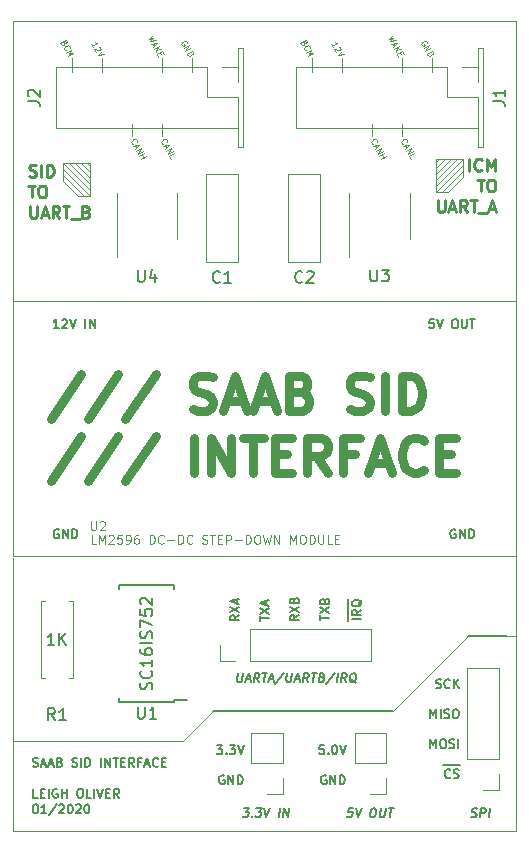
<source format=gbr>
G04 #@! TF.GenerationSoftware,KiCad,Pcbnew,5.1.4-e60b266~84~ubuntu19.04.1*
G04 #@! TF.CreationDate,2020-01-15T22:36:37+11:00*
G04 #@! TF.ProjectId,sid-board,7369642d-626f-4617-9264-2e6b69636164,rev?*
G04 #@! TF.SameCoordinates,Original*
G04 #@! TF.FileFunction,Legend,Top*
G04 #@! TF.FilePolarity,Positive*
%FSLAX46Y46*%
G04 Gerber Fmt 4.6, Leading zero omitted, Abs format (unit mm)*
G04 Created by KiCad (PCBNEW 5.1.4-e60b266~84~ubuntu19.04.1) date 2020-01-15 22:36:37*
%MOMM*%
%LPD*%
G04 APERTURE LIST*
%ADD10C,0.750000*%
%ADD11C,0.120000*%
%ADD12C,0.187500*%
%ADD13C,0.150000*%
%ADD14C,0.250000*%
%ADD15C,0.125000*%
G04 APERTURE END LIST*
D10*
X68114642Y-89569285D02*
X65543214Y-93426428D01*
X71257500Y-89569285D02*
X68686071Y-93426428D01*
X74400357Y-89569285D02*
X71828928Y-93426428D01*
X77543214Y-92569285D02*
X77971785Y-92712142D01*
X78686071Y-92712142D01*
X78971785Y-92569285D01*
X79114642Y-92426428D01*
X79257500Y-92140714D01*
X79257500Y-91855000D01*
X79114642Y-91569285D01*
X78971785Y-91426428D01*
X78686071Y-91283571D01*
X78114642Y-91140714D01*
X77828928Y-90997857D01*
X77686071Y-90855000D01*
X77543214Y-90569285D01*
X77543214Y-90283571D01*
X77686071Y-89997857D01*
X77828928Y-89855000D01*
X78114642Y-89712142D01*
X78828928Y-89712142D01*
X79257500Y-89855000D01*
X80400357Y-91855000D02*
X81828928Y-91855000D01*
X80114642Y-92712142D02*
X81114642Y-89712142D01*
X82114642Y-92712142D01*
X82971785Y-91855000D02*
X84400357Y-91855000D01*
X82686071Y-92712142D02*
X83686071Y-89712142D01*
X84686071Y-92712142D01*
X86686071Y-91140714D02*
X87114642Y-91283571D01*
X87257500Y-91426428D01*
X87400357Y-91712142D01*
X87400357Y-92140714D01*
X87257500Y-92426428D01*
X87114642Y-92569285D01*
X86828928Y-92712142D01*
X85686071Y-92712142D01*
X85686071Y-89712142D01*
X86686071Y-89712142D01*
X86971785Y-89855000D01*
X87114642Y-89997857D01*
X87257500Y-90283571D01*
X87257500Y-90569285D01*
X87114642Y-90855000D01*
X86971785Y-90997857D01*
X86686071Y-91140714D01*
X85686071Y-91140714D01*
X90828928Y-92569285D02*
X91257500Y-92712142D01*
X91971785Y-92712142D01*
X92257500Y-92569285D01*
X92400357Y-92426428D01*
X92543214Y-92140714D01*
X92543214Y-91855000D01*
X92400357Y-91569285D01*
X92257500Y-91426428D01*
X91971785Y-91283571D01*
X91400357Y-91140714D01*
X91114642Y-90997857D01*
X90971785Y-90855000D01*
X90828928Y-90569285D01*
X90828928Y-90283571D01*
X90971785Y-89997857D01*
X91114642Y-89855000D01*
X91400357Y-89712142D01*
X92114642Y-89712142D01*
X92543214Y-89855000D01*
X93828928Y-92712142D02*
X93828928Y-89712142D01*
X95257500Y-92712142D02*
X95257500Y-89712142D01*
X95971785Y-89712142D01*
X96400357Y-89855000D01*
X96686071Y-90140714D01*
X96828928Y-90426428D01*
X96971785Y-90997857D01*
X96971785Y-91426428D01*
X96828928Y-91997857D01*
X96686071Y-92283571D01*
X96400357Y-92569285D01*
X95971785Y-92712142D01*
X95257500Y-92712142D01*
X68114642Y-94819285D02*
X65543214Y-98676428D01*
X71257500Y-94819285D02*
X68686071Y-98676428D01*
X74400357Y-94819285D02*
X71828928Y-98676428D01*
X77686071Y-97962142D02*
X77686071Y-94962142D01*
X79114642Y-97962142D02*
X79114642Y-94962142D01*
X80828928Y-97962142D01*
X80828928Y-94962142D01*
X81828928Y-94962142D02*
X83543214Y-94962142D01*
X82686071Y-97962142D02*
X82686071Y-94962142D01*
X84543214Y-96390714D02*
X85543214Y-96390714D01*
X85971785Y-97962142D02*
X84543214Y-97962142D01*
X84543214Y-94962142D01*
X85971785Y-94962142D01*
X88971785Y-97962142D02*
X87971785Y-96533571D01*
X87257500Y-97962142D02*
X87257500Y-94962142D01*
X88400357Y-94962142D01*
X88686071Y-95105000D01*
X88828928Y-95247857D01*
X88971785Y-95533571D01*
X88971785Y-95962142D01*
X88828928Y-96247857D01*
X88686071Y-96390714D01*
X88400357Y-96533571D01*
X87257500Y-96533571D01*
X91257500Y-96390714D02*
X90257500Y-96390714D01*
X90257500Y-97962142D02*
X90257500Y-94962142D01*
X91686071Y-94962142D01*
X92686071Y-97105000D02*
X94114642Y-97105000D01*
X92400357Y-97962142D02*
X93400357Y-94962142D01*
X94400357Y-97962142D01*
X97114642Y-97676428D02*
X96971785Y-97819285D01*
X96543214Y-97962142D01*
X96257500Y-97962142D01*
X95828928Y-97819285D01*
X95543214Y-97533571D01*
X95400357Y-97247857D01*
X95257500Y-96676428D01*
X95257500Y-96247857D01*
X95400357Y-95676428D01*
X95543214Y-95390714D01*
X95828928Y-95105000D01*
X96257500Y-94962142D01*
X96543214Y-94962142D01*
X96971785Y-95105000D01*
X97114642Y-95247857D01*
X98400357Y-96390714D02*
X99400357Y-96390714D01*
X99828928Y-97962142D02*
X98400357Y-97962142D01*
X98400357Y-94962142D01*
X99828928Y-94962142D01*
D11*
X94488000Y-118110000D02*
X100838000Y-111760000D01*
X76708000Y-120650000D02*
X76200000Y-120650000D01*
X79248000Y-118110000D02*
X76708000Y-120650000D01*
X100393500Y-71374000D02*
X98107500Y-73660000D01*
X100393500Y-72390000D02*
X98615500Y-74168000D01*
X99377500Y-71374000D02*
X98107500Y-72644000D01*
X98107500Y-74168000D02*
X99123500Y-74168000D01*
X98107500Y-74168000D02*
X100393500Y-71882000D01*
X98361500Y-71374000D02*
X98107500Y-71628000D01*
X98107500Y-73152000D02*
X99885500Y-71374000D01*
X100393500Y-72898000D02*
X99123500Y-74168000D01*
X98107500Y-71374000D02*
X98107500Y-74168000D01*
X100393500Y-72898000D02*
X100393500Y-71374000D01*
X98107500Y-72136000D02*
X98869500Y-71374000D01*
X100393500Y-71374000D02*
X98107500Y-71374000D01*
X68580000Y-71755000D02*
X68834000Y-72009000D01*
X68834000Y-72517000D02*
X68072000Y-71755000D01*
X67564000Y-71755000D02*
X68834000Y-73025000D01*
X68834000Y-73533000D02*
X67056000Y-71755000D01*
X66548000Y-71755000D02*
X68834000Y-74041000D01*
X68834000Y-74549000D02*
X66548000Y-72263000D01*
X66548000Y-72771000D02*
X68326000Y-74549000D01*
X68834000Y-74549000D02*
X67818000Y-74549000D01*
X68834000Y-71755000D02*
X68834000Y-74549000D01*
X66548000Y-71755000D02*
X68834000Y-71755000D01*
X66548000Y-73279000D02*
X66548000Y-71755000D01*
X66548000Y-73279000D02*
X67818000Y-74549000D01*
X104902000Y-59690000D02*
X104140000Y-59690000D01*
X104902000Y-83439000D02*
X104902000Y-59690000D01*
X62357000Y-59690000D02*
X104140000Y-59690000D01*
X62357000Y-83439000D02*
X62357000Y-59690000D01*
X104902000Y-105029000D02*
X104902000Y-111760000D01*
X62357000Y-120650000D02*
X62357000Y-105156000D01*
X62357000Y-120650000D02*
X76200000Y-120650000D01*
X62357000Y-128270000D02*
X62357000Y-120650000D01*
X104902000Y-128270000D02*
X62357000Y-128270000D01*
X104902000Y-111760000D02*
X104902000Y-128270000D01*
X104140000Y-111760000D02*
X104902000Y-111760000D01*
D12*
X64018732Y-122794821D02*
X64125875Y-122830535D01*
X64304446Y-122830535D01*
X64375875Y-122794821D01*
X64411589Y-122759107D01*
X64447303Y-122687678D01*
X64447303Y-122616250D01*
X64411589Y-122544821D01*
X64375875Y-122509107D01*
X64304446Y-122473392D01*
X64161589Y-122437678D01*
X64090160Y-122401964D01*
X64054446Y-122366250D01*
X64018732Y-122294821D01*
X64018732Y-122223392D01*
X64054446Y-122151964D01*
X64090160Y-122116250D01*
X64161589Y-122080535D01*
X64340160Y-122080535D01*
X64447303Y-122116250D01*
X64733017Y-122616250D02*
X65090160Y-122616250D01*
X64661589Y-122830535D02*
X64911589Y-122080535D01*
X65161589Y-122830535D01*
X65375875Y-122616250D02*
X65733017Y-122616250D01*
X65304446Y-122830535D02*
X65554446Y-122080535D01*
X65804446Y-122830535D01*
X66304446Y-122437678D02*
X66411589Y-122473392D01*
X66447303Y-122509107D01*
X66483017Y-122580535D01*
X66483017Y-122687678D01*
X66447303Y-122759107D01*
X66411589Y-122794821D01*
X66340160Y-122830535D01*
X66054446Y-122830535D01*
X66054446Y-122080535D01*
X66304446Y-122080535D01*
X66375875Y-122116250D01*
X66411589Y-122151964D01*
X66447303Y-122223392D01*
X66447303Y-122294821D01*
X66411589Y-122366250D01*
X66375875Y-122401964D01*
X66304446Y-122437678D01*
X66054446Y-122437678D01*
X67340160Y-122794821D02*
X67447303Y-122830535D01*
X67625875Y-122830535D01*
X67697303Y-122794821D01*
X67733017Y-122759107D01*
X67768732Y-122687678D01*
X67768732Y-122616250D01*
X67733017Y-122544821D01*
X67697303Y-122509107D01*
X67625875Y-122473392D01*
X67483017Y-122437678D01*
X67411589Y-122401964D01*
X67375875Y-122366250D01*
X67340160Y-122294821D01*
X67340160Y-122223392D01*
X67375875Y-122151964D01*
X67411589Y-122116250D01*
X67483017Y-122080535D01*
X67661589Y-122080535D01*
X67768732Y-122116250D01*
X68090160Y-122830535D02*
X68090160Y-122080535D01*
X68447303Y-122830535D02*
X68447303Y-122080535D01*
X68625875Y-122080535D01*
X68733017Y-122116250D01*
X68804446Y-122187678D01*
X68840160Y-122259107D01*
X68875875Y-122401964D01*
X68875875Y-122509107D01*
X68840160Y-122651964D01*
X68804446Y-122723392D01*
X68733017Y-122794821D01*
X68625875Y-122830535D01*
X68447303Y-122830535D01*
X69768732Y-122830535D02*
X69768732Y-122080535D01*
X70125875Y-122830535D02*
X70125875Y-122080535D01*
X70554446Y-122830535D01*
X70554446Y-122080535D01*
X70804446Y-122080535D02*
X71233017Y-122080535D01*
X71018732Y-122830535D02*
X71018732Y-122080535D01*
X71483017Y-122437678D02*
X71733017Y-122437678D01*
X71840160Y-122830535D02*
X71483017Y-122830535D01*
X71483017Y-122080535D01*
X71840160Y-122080535D01*
X72590160Y-122830535D02*
X72340160Y-122473392D01*
X72161589Y-122830535D02*
X72161589Y-122080535D01*
X72447303Y-122080535D01*
X72518732Y-122116250D01*
X72554446Y-122151964D01*
X72590160Y-122223392D01*
X72590160Y-122330535D01*
X72554446Y-122401964D01*
X72518732Y-122437678D01*
X72447303Y-122473392D01*
X72161589Y-122473392D01*
X73161589Y-122437678D02*
X72911589Y-122437678D01*
X72911589Y-122830535D02*
X72911589Y-122080535D01*
X73268732Y-122080535D01*
X73518732Y-122616250D02*
X73875875Y-122616250D01*
X73447303Y-122830535D02*
X73697303Y-122080535D01*
X73947303Y-122830535D01*
X74625875Y-122759107D02*
X74590160Y-122794821D01*
X74483017Y-122830535D01*
X74411589Y-122830535D01*
X74304446Y-122794821D01*
X74233017Y-122723392D01*
X74197303Y-122651964D01*
X74161589Y-122509107D01*
X74161589Y-122401964D01*
X74197303Y-122259107D01*
X74233017Y-122187678D01*
X74304446Y-122116250D01*
X74411589Y-122080535D01*
X74483017Y-122080535D01*
X74590160Y-122116250D01*
X74625875Y-122151964D01*
X74947303Y-122437678D02*
X75197303Y-122437678D01*
X75304446Y-122830535D02*
X74947303Y-122830535D01*
X74947303Y-122080535D01*
X75304446Y-122080535D01*
X64411589Y-125455535D02*
X64054446Y-125455535D01*
X64054446Y-124705535D01*
X64661589Y-125062678D02*
X64911589Y-125062678D01*
X65018732Y-125455535D02*
X64661589Y-125455535D01*
X64661589Y-124705535D01*
X65018732Y-124705535D01*
X65340160Y-125455535D02*
X65340160Y-124705535D01*
X66090160Y-124741250D02*
X66018732Y-124705535D01*
X65911589Y-124705535D01*
X65804446Y-124741250D01*
X65733017Y-124812678D01*
X65697303Y-124884107D01*
X65661589Y-125026964D01*
X65661589Y-125134107D01*
X65697303Y-125276964D01*
X65733017Y-125348392D01*
X65804446Y-125419821D01*
X65911589Y-125455535D01*
X65983017Y-125455535D01*
X66090160Y-125419821D01*
X66125875Y-125384107D01*
X66125875Y-125134107D01*
X65983017Y-125134107D01*
X66447303Y-125455535D02*
X66447303Y-124705535D01*
X66447303Y-125062678D02*
X66875875Y-125062678D01*
X66875875Y-125455535D02*
X66875875Y-124705535D01*
X67947303Y-124705535D02*
X68090160Y-124705535D01*
X68161589Y-124741250D01*
X68233017Y-124812678D01*
X68268732Y-124955535D01*
X68268732Y-125205535D01*
X68233017Y-125348392D01*
X68161589Y-125419821D01*
X68090160Y-125455535D01*
X67947303Y-125455535D01*
X67875875Y-125419821D01*
X67804446Y-125348392D01*
X67768732Y-125205535D01*
X67768732Y-124955535D01*
X67804446Y-124812678D01*
X67875875Y-124741250D01*
X67947303Y-124705535D01*
X68947303Y-125455535D02*
X68590160Y-125455535D01*
X68590160Y-124705535D01*
X69197303Y-125455535D02*
X69197303Y-124705535D01*
X69447303Y-124705535D02*
X69697303Y-125455535D01*
X69947303Y-124705535D01*
X70197303Y-125062678D02*
X70447303Y-125062678D01*
X70554446Y-125455535D02*
X70197303Y-125455535D01*
X70197303Y-124705535D01*
X70554446Y-124705535D01*
X71304446Y-125455535D02*
X71054446Y-125098392D01*
X70875875Y-125455535D02*
X70875875Y-124705535D01*
X71161589Y-124705535D01*
X71233017Y-124741250D01*
X71268732Y-124776964D01*
X71304446Y-124848392D01*
X71304446Y-124955535D01*
X71268732Y-125026964D01*
X71233017Y-125062678D01*
X71161589Y-125098392D01*
X70875875Y-125098392D01*
X64197303Y-126018035D02*
X64268732Y-126018035D01*
X64340160Y-126053750D01*
X64375875Y-126089464D01*
X64411589Y-126160892D01*
X64447303Y-126303750D01*
X64447303Y-126482321D01*
X64411589Y-126625178D01*
X64375875Y-126696607D01*
X64340160Y-126732321D01*
X64268732Y-126768035D01*
X64197303Y-126768035D01*
X64125875Y-126732321D01*
X64090160Y-126696607D01*
X64054446Y-126625178D01*
X64018732Y-126482321D01*
X64018732Y-126303750D01*
X64054446Y-126160892D01*
X64090160Y-126089464D01*
X64125875Y-126053750D01*
X64197303Y-126018035D01*
X65161589Y-126768035D02*
X64733017Y-126768035D01*
X64947303Y-126768035D02*
X64947303Y-126018035D01*
X64875875Y-126125178D01*
X64804446Y-126196607D01*
X64733017Y-126232321D01*
X66018732Y-125982321D02*
X65375875Y-126946607D01*
X66233017Y-126089464D02*
X66268732Y-126053750D01*
X66340160Y-126018035D01*
X66518732Y-126018035D01*
X66590160Y-126053750D01*
X66625875Y-126089464D01*
X66661589Y-126160892D01*
X66661589Y-126232321D01*
X66625875Y-126339464D01*
X66197303Y-126768035D01*
X66661589Y-126768035D01*
X67125875Y-126018035D02*
X67197303Y-126018035D01*
X67268732Y-126053750D01*
X67304446Y-126089464D01*
X67340160Y-126160892D01*
X67375875Y-126303750D01*
X67375875Y-126482321D01*
X67340160Y-126625178D01*
X67304446Y-126696607D01*
X67268732Y-126732321D01*
X67197303Y-126768035D01*
X67125875Y-126768035D01*
X67054446Y-126732321D01*
X67018732Y-126696607D01*
X66983017Y-126625178D01*
X66947303Y-126482321D01*
X66947303Y-126303750D01*
X66983017Y-126160892D01*
X67018732Y-126089464D01*
X67054446Y-126053750D01*
X67125875Y-126018035D01*
X67661589Y-126089464D02*
X67697303Y-126053750D01*
X67768732Y-126018035D01*
X67947303Y-126018035D01*
X68018732Y-126053750D01*
X68054446Y-126089464D01*
X68090160Y-126160892D01*
X68090160Y-126232321D01*
X68054446Y-126339464D01*
X67625875Y-126768035D01*
X68090160Y-126768035D01*
X68554446Y-126018035D02*
X68625875Y-126018035D01*
X68697303Y-126053750D01*
X68733017Y-126089464D01*
X68768732Y-126160892D01*
X68804446Y-126303750D01*
X68804446Y-126482321D01*
X68768732Y-126625178D01*
X68733017Y-126696607D01*
X68697303Y-126732321D01*
X68625875Y-126768035D01*
X68554446Y-126768035D01*
X68483017Y-126732321D01*
X68447303Y-126696607D01*
X68411589Y-126625178D01*
X68375875Y-126482321D01*
X68375875Y-126303750D01*
X68411589Y-126160892D01*
X68447303Y-126089464D01*
X68483017Y-126053750D01*
X68554446Y-126018035D01*
D13*
X80010000Y-118110000D02*
X79248000Y-118110000D01*
X94488000Y-118110000D02*
X80010000Y-118110000D01*
X104140000Y-111760000D02*
X100838000Y-111760000D01*
D14*
X63725976Y-72822761D02*
X63868833Y-72870380D01*
X64106928Y-72870380D01*
X64202166Y-72822761D01*
X64249785Y-72775142D01*
X64297404Y-72679904D01*
X64297404Y-72584666D01*
X64249785Y-72489428D01*
X64202166Y-72441809D01*
X64106928Y-72394190D01*
X63916452Y-72346571D01*
X63821214Y-72298952D01*
X63773595Y-72251333D01*
X63725976Y-72156095D01*
X63725976Y-72060857D01*
X63773595Y-71965619D01*
X63821214Y-71918000D01*
X63916452Y-71870380D01*
X64154547Y-71870380D01*
X64297404Y-71918000D01*
X64725976Y-72870380D02*
X64725976Y-71870380D01*
X65202166Y-72870380D02*
X65202166Y-71870380D01*
X65440261Y-71870380D01*
X65583119Y-71918000D01*
X65678357Y-72013238D01*
X65725976Y-72108476D01*
X65773595Y-72298952D01*
X65773595Y-72441809D01*
X65725976Y-72632285D01*
X65678357Y-72727523D01*
X65583119Y-72822761D01*
X65440261Y-72870380D01*
X65202166Y-72870380D01*
X63630738Y-73620380D02*
X64202166Y-73620380D01*
X63916452Y-74620380D02*
X63916452Y-73620380D01*
X64725976Y-73620380D02*
X64916452Y-73620380D01*
X65011690Y-73668000D01*
X65106928Y-73763238D01*
X65154547Y-73953714D01*
X65154547Y-74287047D01*
X65106928Y-74477523D01*
X65011690Y-74572761D01*
X64916452Y-74620380D01*
X64725976Y-74620380D01*
X64630738Y-74572761D01*
X64535500Y-74477523D01*
X64487880Y-74287047D01*
X64487880Y-73953714D01*
X64535500Y-73763238D01*
X64630738Y-73668000D01*
X64725976Y-73620380D01*
X63773595Y-75370380D02*
X63773595Y-76179904D01*
X63821214Y-76275142D01*
X63868833Y-76322761D01*
X63964071Y-76370380D01*
X64154547Y-76370380D01*
X64249785Y-76322761D01*
X64297404Y-76275142D01*
X64345023Y-76179904D01*
X64345023Y-75370380D01*
X64773595Y-76084666D02*
X65249785Y-76084666D01*
X64678357Y-76370380D02*
X65011690Y-75370380D01*
X65345023Y-76370380D01*
X66249785Y-76370380D02*
X65916452Y-75894190D01*
X65678357Y-76370380D02*
X65678357Y-75370380D01*
X66059309Y-75370380D01*
X66154547Y-75418000D01*
X66202166Y-75465619D01*
X66249785Y-75560857D01*
X66249785Y-75703714D01*
X66202166Y-75798952D01*
X66154547Y-75846571D01*
X66059309Y-75894190D01*
X65678357Y-75894190D01*
X66535500Y-75370380D02*
X67106928Y-75370380D01*
X66821214Y-76370380D02*
X66821214Y-75370380D01*
X67202166Y-76465619D02*
X67964071Y-76465619D01*
X68535500Y-75846571D02*
X68678357Y-75894190D01*
X68725976Y-75941809D01*
X68773595Y-76037047D01*
X68773595Y-76179904D01*
X68725976Y-76275142D01*
X68678357Y-76322761D01*
X68583119Y-76370380D01*
X68202166Y-76370380D01*
X68202166Y-75370380D01*
X68535500Y-75370380D01*
X68630738Y-75418000D01*
X68678357Y-75465619D01*
X68725976Y-75560857D01*
X68725976Y-75656095D01*
X68678357Y-75751333D01*
X68630738Y-75798952D01*
X68535500Y-75846571D01*
X68202166Y-75846571D01*
X100961547Y-72362380D02*
X100961547Y-71362380D01*
X102009166Y-72267142D02*
X101961547Y-72314761D01*
X101818690Y-72362380D01*
X101723452Y-72362380D01*
X101580595Y-72314761D01*
X101485357Y-72219523D01*
X101437738Y-72124285D01*
X101390119Y-71933809D01*
X101390119Y-71790952D01*
X101437738Y-71600476D01*
X101485357Y-71505238D01*
X101580595Y-71410000D01*
X101723452Y-71362380D01*
X101818690Y-71362380D01*
X101961547Y-71410000D01*
X102009166Y-71457619D01*
X102437738Y-72362380D02*
X102437738Y-71362380D01*
X102771071Y-72076666D01*
X103104404Y-71362380D01*
X103104404Y-72362380D01*
X101628214Y-73112380D02*
X102199642Y-73112380D01*
X101913928Y-74112380D02*
X101913928Y-73112380D01*
X102723452Y-73112380D02*
X102913928Y-73112380D01*
X103009166Y-73160000D01*
X103104404Y-73255238D01*
X103152023Y-73445714D01*
X103152023Y-73779047D01*
X103104404Y-73969523D01*
X103009166Y-74064761D01*
X102913928Y-74112380D01*
X102723452Y-74112380D01*
X102628214Y-74064761D01*
X102532976Y-73969523D01*
X102485357Y-73779047D01*
X102485357Y-73445714D01*
X102532976Y-73255238D01*
X102628214Y-73160000D01*
X102723452Y-73112380D01*
X98294880Y-74862380D02*
X98294880Y-75671904D01*
X98342500Y-75767142D01*
X98390119Y-75814761D01*
X98485357Y-75862380D01*
X98675833Y-75862380D01*
X98771071Y-75814761D01*
X98818690Y-75767142D01*
X98866309Y-75671904D01*
X98866309Y-74862380D01*
X99294880Y-75576666D02*
X99771071Y-75576666D01*
X99199642Y-75862380D02*
X99532976Y-74862380D01*
X99866309Y-75862380D01*
X100771071Y-75862380D02*
X100437738Y-75386190D01*
X100199642Y-75862380D02*
X100199642Y-74862380D01*
X100580595Y-74862380D01*
X100675833Y-74910000D01*
X100723452Y-74957619D01*
X100771071Y-75052857D01*
X100771071Y-75195714D01*
X100723452Y-75290952D01*
X100675833Y-75338571D01*
X100580595Y-75386190D01*
X100199642Y-75386190D01*
X101056785Y-74862380D02*
X101628214Y-74862380D01*
X101342500Y-75862380D02*
X101342500Y-74862380D01*
X101723452Y-75957619D02*
X102485357Y-75957619D01*
X102675833Y-75576666D02*
X103152023Y-75576666D01*
X102580595Y-75862380D02*
X102913928Y-74862380D01*
X103247261Y-75862380D01*
D12*
X98743839Y-122660250D02*
X99493839Y-122660250D01*
X99350982Y-123711857D02*
X99315267Y-123747571D01*
X99208125Y-123783285D01*
X99136696Y-123783285D01*
X99029553Y-123747571D01*
X98958125Y-123676142D01*
X98922410Y-123604714D01*
X98886696Y-123461857D01*
X98886696Y-123354714D01*
X98922410Y-123211857D01*
X98958125Y-123140428D01*
X99029553Y-123069000D01*
X99136696Y-123033285D01*
X99208125Y-123033285D01*
X99315267Y-123069000D01*
X99350982Y-123104714D01*
X99493839Y-122660250D02*
X100208125Y-122660250D01*
X99636696Y-123747571D02*
X99743839Y-123783285D01*
X99922410Y-123783285D01*
X99993839Y-123747571D01*
X100029553Y-123711857D01*
X100065267Y-123640428D01*
X100065267Y-123569000D01*
X100029553Y-123497571D01*
X99993839Y-123461857D01*
X99922410Y-123426142D01*
X99779553Y-123390428D01*
X99708125Y-123354714D01*
X99672410Y-123319000D01*
X99636696Y-123247571D01*
X99636696Y-123176142D01*
X99672410Y-123104714D01*
X99708125Y-123069000D01*
X99779553Y-123033285D01*
X99958125Y-123033285D01*
X100065267Y-123069000D01*
X97672410Y-121243285D02*
X97672410Y-120493285D01*
X97922410Y-121029000D01*
X98172410Y-120493285D01*
X98172410Y-121243285D01*
X98672410Y-120493285D02*
X98815267Y-120493285D01*
X98886696Y-120529000D01*
X98958125Y-120600428D01*
X98993839Y-120743285D01*
X98993839Y-120993285D01*
X98958125Y-121136142D01*
X98886696Y-121207571D01*
X98815267Y-121243285D01*
X98672410Y-121243285D01*
X98600982Y-121207571D01*
X98529553Y-121136142D01*
X98493839Y-120993285D01*
X98493839Y-120743285D01*
X98529553Y-120600428D01*
X98600982Y-120529000D01*
X98672410Y-120493285D01*
X99279553Y-121207571D02*
X99386696Y-121243285D01*
X99565267Y-121243285D01*
X99636696Y-121207571D01*
X99672410Y-121171857D01*
X99708125Y-121100428D01*
X99708125Y-121029000D01*
X99672410Y-120957571D01*
X99636696Y-120921857D01*
X99565267Y-120886142D01*
X99422410Y-120850428D01*
X99350982Y-120814714D01*
X99315267Y-120779000D01*
X99279553Y-120707571D01*
X99279553Y-120636142D01*
X99315267Y-120564714D01*
X99350982Y-120529000D01*
X99422410Y-120493285D01*
X99600982Y-120493285D01*
X99708125Y-120529000D01*
X100029553Y-121243285D02*
X100029553Y-120493285D01*
X97672410Y-118703285D02*
X97672410Y-117953285D01*
X97922410Y-118489000D01*
X98172410Y-117953285D01*
X98172410Y-118703285D01*
X98529553Y-118703285D02*
X98529553Y-117953285D01*
X98850982Y-118667571D02*
X98958125Y-118703285D01*
X99136696Y-118703285D01*
X99208125Y-118667571D01*
X99243839Y-118631857D01*
X99279553Y-118560428D01*
X99279553Y-118489000D01*
X99243839Y-118417571D01*
X99208125Y-118381857D01*
X99136696Y-118346142D01*
X98993839Y-118310428D01*
X98922410Y-118274714D01*
X98886696Y-118239000D01*
X98850982Y-118167571D01*
X98850982Y-118096142D01*
X98886696Y-118024714D01*
X98922410Y-117989000D01*
X98993839Y-117953285D01*
X99172410Y-117953285D01*
X99279553Y-117989000D01*
X99743839Y-117953285D02*
X99886696Y-117953285D01*
X99958125Y-117989000D01*
X100029553Y-118060428D01*
X100065267Y-118203285D01*
X100065267Y-118453285D01*
X100029553Y-118596142D01*
X99958125Y-118667571D01*
X99886696Y-118703285D01*
X99743839Y-118703285D01*
X99672410Y-118667571D01*
X99600982Y-118596142D01*
X99565267Y-118453285D01*
X99565267Y-118203285D01*
X99600982Y-118060428D01*
X99672410Y-117989000D01*
X99743839Y-117953285D01*
X98136696Y-116127571D02*
X98243839Y-116163285D01*
X98422410Y-116163285D01*
X98493839Y-116127571D01*
X98529553Y-116091857D01*
X98565267Y-116020428D01*
X98565267Y-115949000D01*
X98529553Y-115877571D01*
X98493839Y-115841857D01*
X98422410Y-115806142D01*
X98279553Y-115770428D01*
X98208125Y-115734714D01*
X98172410Y-115699000D01*
X98136696Y-115627571D01*
X98136696Y-115556142D01*
X98172410Y-115484714D01*
X98208125Y-115449000D01*
X98279553Y-115413285D01*
X98458125Y-115413285D01*
X98565267Y-115449000D01*
X99315267Y-116091857D02*
X99279553Y-116127571D01*
X99172410Y-116163285D01*
X99100982Y-116163285D01*
X98993839Y-116127571D01*
X98922410Y-116056142D01*
X98886696Y-115984714D01*
X98850982Y-115841857D01*
X98850982Y-115734714D01*
X98886696Y-115591857D01*
X98922410Y-115520428D01*
X98993839Y-115449000D01*
X99100982Y-115413285D01*
X99172410Y-115413285D01*
X99279553Y-115449000D01*
X99315267Y-115484714D01*
X99636696Y-116163285D02*
X99636696Y-115413285D01*
X100065267Y-116163285D02*
X99743839Y-115734714D01*
X100065267Y-115413285D02*
X99636696Y-115841857D01*
X90656250Y-110495125D02*
X90656250Y-110137982D01*
X91779285Y-110316553D02*
X91029285Y-110316553D01*
X90656250Y-110137982D02*
X90656250Y-109387982D01*
X91779285Y-109530839D02*
X91422142Y-109780839D01*
X91779285Y-109959410D02*
X91029285Y-109959410D01*
X91029285Y-109673696D01*
X91065000Y-109602267D01*
X91100714Y-109566553D01*
X91172142Y-109530839D01*
X91279285Y-109530839D01*
X91350714Y-109566553D01*
X91386428Y-109602267D01*
X91422142Y-109673696D01*
X91422142Y-109959410D01*
X90656250Y-109387982D02*
X90656250Y-108602267D01*
X91850714Y-108709410D02*
X91815000Y-108780839D01*
X91743571Y-108852267D01*
X91636428Y-108959410D01*
X91600714Y-109030839D01*
X91600714Y-109102267D01*
X91779285Y-109066553D02*
X91743571Y-109137982D01*
X91672142Y-109209410D01*
X91529285Y-109245125D01*
X91279285Y-109245125D01*
X91136428Y-109209410D01*
X91065000Y-109137982D01*
X91029285Y-109066553D01*
X91029285Y-108923696D01*
X91065000Y-108852267D01*
X91136428Y-108780839D01*
X91279285Y-108745125D01*
X91529285Y-108745125D01*
X91672142Y-108780839D01*
X91743571Y-108852267D01*
X91779285Y-108923696D01*
X91779285Y-109066553D01*
X88362285Y-110423696D02*
X88362285Y-109995125D01*
X89112285Y-110209410D02*
X88362285Y-110209410D01*
X88362285Y-109816553D02*
X89112285Y-109316553D01*
X88362285Y-109316553D02*
X89112285Y-109816553D01*
X88719428Y-108780839D02*
X88755142Y-108673696D01*
X88790857Y-108637982D01*
X88862285Y-108602267D01*
X88969428Y-108602267D01*
X89040857Y-108637982D01*
X89076571Y-108673696D01*
X89112285Y-108745125D01*
X89112285Y-109030839D01*
X88362285Y-109030839D01*
X88362285Y-108780839D01*
X88398000Y-108709410D01*
X88433714Y-108673696D01*
X88505142Y-108637982D01*
X88576571Y-108637982D01*
X88648000Y-108673696D01*
X88683714Y-108709410D01*
X88719428Y-108780839D01*
X88719428Y-109030839D01*
X86508785Y-110014982D02*
X86151642Y-110264982D01*
X86508785Y-110443553D02*
X85758785Y-110443553D01*
X85758785Y-110157839D01*
X85794500Y-110086410D01*
X85830214Y-110050696D01*
X85901642Y-110014982D01*
X86008785Y-110014982D01*
X86080214Y-110050696D01*
X86115928Y-110086410D01*
X86151642Y-110157839D01*
X86151642Y-110443553D01*
X85758785Y-109764982D02*
X86508785Y-109264982D01*
X85758785Y-109264982D02*
X86508785Y-109764982D01*
X86115928Y-108729267D02*
X86151642Y-108622125D01*
X86187357Y-108586410D01*
X86258785Y-108550696D01*
X86365928Y-108550696D01*
X86437357Y-108586410D01*
X86473071Y-108622125D01*
X86508785Y-108693553D01*
X86508785Y-108979267D01*
X85758785Y-108979267D01*
X85758785Y-108729267D01*
X85794500Y-108657839D01*
X85830214Y-108622125D01*
X85901642Y-108586410D01*
X85973071Y-108586410D01*
X86044500Y-108622125D01*
X86080214Y-108657839D01*
X86115928Y-108729267D01*
X86115928Y-108979267D01*
X83218785Y-110487196D02*
X83218785Y-110058625D01*
X83968785Y-110272910D02*
X83218785Y-110272910D01*
X83218785Y-109880053D02*
X83968785Y-109380053D01*
X83218785Y-109380053D02*
X83968785Y-109880053D01*
X83754500Y-109130053D02*
X83754500Y-108772910D01*
X83968785Y-109201482D02*
X83218785Y-108951482D01*
X83968785Y-108701482D01*
X81492285Y-110014982D02*
X81135142Y-110264982D01*
X81492285Y-110443553D02*
X80742285Y-110443553D01*
X80742285Y-110157839D01*
X80778000Y-110086410D01*
X80813714Y-110050696D01*
X80885142Y-110014982D01*
X80992285Y-110014982D01*
X81063714Y-110050696D01*
X81099428Y-110086410D01*
X81135142Y-110157839D01*
X81135142Y-110443553D01*
X80742285Y-109764982D02*
X81492285Y-109264982D01*
X80742285Y-109264982D02*
X81492285Y-109764982D01*
X81278000Y-109014982D02*
X81278000Y-108657839D01*
X81492285Y-109086410D02*
X80742285Y-108836410D01*
X81492285Y-108586410D01*
X88663267Y-121001285D02*
X88306125Y-121001285D01*
X88270410Y-121358428D01*
X88306125Y-121322714D01*
X88377553Y-121287000D01*
X88556125Y-121287000D01*
X88627553Y-121322714D01*
X88663267Y-121358428D01*
X88698982Y-121429857D01*
X88698982Y-121608428D01*
X88663267Y-121679857D01*
X88627553Y-121715571D01*
X88556125Y-121751285D01*
X88377553Y-121751285D01*
X88306125Y-121715571D01*
X88270410Y-121679857D01*
X89020410Y-121679857D02*
X89056125Y-121715571D01*
X89020410Y-121751285D01*
X88984696Y-121715571D01*
X89020410Y-121679857D01*
X89020410Y-121751285D01*
X89520410Y-121001285D02*
X89591839Y-121001285D01*
X89663267Y-121037000D01*
X89698982Y-121072714D01*
X89734696Y-121144142D01*
X89770410Y-121287000D01*
X89770410Y-121465571D01*
X89734696Y-121608428D01*
X89698982Y-121679857D01*
X89663267Y-121715571D01*
X89591839Y-121751285D01*
X89520410Y-121751285D01*
X89448982Y-121715571D01*
X89413267Y-121679857D01*
X89377553Y-121608428D01*
X89341839Y-121465571D01*
X89341839Y-121287000D01*
X89377553Y-121144142D01*
X89413267Y-121072714D01*
X89448982Y-121037000D01*
X89520410Y-121001285D01*
X89984696Y-121001285D02*
X90234696Y-121751285D01*
X90484696Y-121001285D01*
X88841839Y-123577000D02*
X88770410Y-123541285D01*
X88663267Y-123541285D01*
X88556125Y-123577000D01*
X88484696Y-123648428D01*
X88448982Y-123719857D01*
X88413267Y-123862714D01*
X88413267Y-123969857D01*
X88448982Y-124112714D01*
X88484696Y-124184142D01*
X88556125Y-124255571D01*
X88663267Y-124291285D01*
X88734696Y-124291285D01*
X88841839Y-124255571D01*
X88877553Y-124219857D01*
X88877553Y-123969857D01*
X88734696Y-123969857D01*
X89198982Y-124291285D02*
X89198982Y-123541285D01*
X89627553Y-124291285D01*
X89627553Y-123541285D01*
X89984696Y-124291285D02*
X89984696Y-123541285D01*
X90163267Y-123541285D01*
X90270410Y-123577000D01*
X90341839Y-123648428D01*
X90377553Y-123719857D01*
X90413267Y-123862714D01*
X90413267Y-123969857D01*
X90377553Y-124112714D01*
X90341839Y-124184142D01*
X90270410Y-124255571D01*
X90163267Y-124291285D01*
X89984696Y-124291285D01*
X80205839Y-123577000D02*
X80134410Y-123541285D01*
X80027267Y-123541285D01*
X79920125Y-123577000D01*
X79848696Y-123648428D01*
X79812982Y-123719857D01*
X79777267Y-123862714D01*
X79777267Y-123969857D01*
X79812982Y-124112714D01*
X79848696Y-124184142D01*
X79920125Y-124255571D01*
X80027267Y-124291285D01*
X80098696Y-124291285D01*
X80205839Y-124255571D01*
X80241553Y-124219857D01*
X80241553Y-123969857D01*
X80098696Y-123969857D01*
X80562982Y-124291285D02*
X80562982Y-123541285D01*
X80991553Y-124291285D01*
X80991553Y-123541285D01*
X81348696Y-124291285D02*
X81348696Y-123541285D01*
X81527267Y-123541285D01*
X81634410Y-123577000D01*
X81705839Y-123648428D01*
X81741553Y-123719857D01*
X81777267Y-123862714D01*
X81777267Y-123969857D01*
X81741553Y-124112714D01*
X81705839Y-124184142D01*
X81634410Y-124255571D01*
X81527267Y-124291285D01*
X81348696Y-124291285D01*
X79598696Y-121001285D02*
X80062982Y-121001285D01*
X79812982Y-121287000D01*
X79920125Y-121287000D01*
X79991553Y-121322714D01*
X80027267Y-121358428D01*
X80062982Y-121429857D01*
X80062982Y-121608428D01*
X80027267Y-121679857D01*
X79991553Y-121715571D01*
X79920125Y-121751285D01*
X79705839Y-121751285D01*
X79634410Y-121715571D01*
X79598696Y-121679857D01*
X80384410Y-121679857D02*
X80420125Y-121715571D01*
X80384410Y-121751285D01*
X80348696Y-121715571D01*
X80384410Y-121679857D01*
X80384410Y-121751285D01*
X80670125Y-121001285D02*
X81134410Y-121001285D01*
X80884410Y-121287000D01*
X80991553Y-121287000D01*
X81062982Y-121322714D01*
X81098696Y-121358428D01*
X81134410Y-121429857D01*
X81134410Y-121608428D01*
X81098696Y-121679857D01*
X81062982Y-121715571D01*
X80991553Y-121751285D01*
X80777267Y-121751285D01*
X80705839Y-121715571D01*
X80670125Y-121679857D01*
X81348696Y-121001285D02*
X81598696Y-121751285D01*
X81848696Y-121001285D01*
D11*
X62357000Y-105029000D02*
X62357000Y-83439000D01*
X104902000Y-105029000D02*
X62357000Y-105029000D01*
X104902000Y-83439000D02*
X104902000Y-105029000D01*
X62357000Y-83439000D02*
X104902000Y-83439000D01*
D13*
X75985000Y-117145000D02*
X77060000Y-117145000D01*
X75985000Y-107420000D02*
X71335000Y-107420000D01*
X75985000Y-117370000D02*
X71335000Y-117370000D01*
X75985000Y-107420000D02*
X75985000Y-107745000D01*
X71335000Y-107420000D02*
X71335000Y-107745000D01*
X71335000Y-117370000D02*
X71335000Y-117045000D01*
X75985000Y-117370000D02*
X75985000Y-117145000D01*
D11*
X92710000Y-68453000D02*
X92710000Y-69469000D01*
X95250000Y-68453000D02*
X95250000Y-69469000D01*
X87630000Y-64008000D02*
X87630000Y-62865000D01*
X90170000Y-64008000D02*
X90170000Y-62865000D01*
X95250000Y-64008000D02*
X95250000Y-62865000D01*
X97790000Y-64008000D02*
X97790000Y-62865000D01*
X102108000Y-70358000D02*
X102108000Y-68453000D01*
X101660000Y-70358000D02*
X102108000Y-70358000D01*
X101660000Y-68767000D02*
X101660000Y-70358000D01*
X102108000Y-61976000D02*
X102108000Y-68453000D01*
X101660000Y-61976000D02*
X102108000Y-61976000D01*
X101660000Y-63567000D02*
X101660000Y-61976000D01*
X101660000Y-63567000D02*
X101660000Y-64897000D01*
X100330000Y-63567000D02*
X101660000Y-63567000D01*
X101660000Y-66167000D02*
X101660000Y-68767000D01*
X99060000Y-66167000D02*
X101660000Y-66167000D01*
X99060000Y-63567000D02*
X99060000Y-66167000D01*
X101660000Y-68767000D02*
X86300000Y-68767000D01*
X99060000Y-63567000D02*
X86300000Y-63567000D01*
X86300000Y-63567000D02*
X86300000Y-68767000D01*
X72390000Y-68453000D02*
X72390000Y-69469000D01*
X74930000Y-68453000D02*
X74930000Y-69469000D01*
X67310000Y-64008000D02*
X67310000Y-62865000D01*
X69850000Y-64008000D02*
X69850000Y-62865000D01*
X74930000Y-64008000D02*
X74930000Y-62865000D01*
X77470000Y-64008000D02*
X77470000Y-62865000D01*
X81788000Y-70358000D02*
X81788000Y-68453000D01*
X81340000Y-70358000D02*
X81788000Y-70358000D01*
X81340000Y-68767000D02*
X81340000Y-70358000D01*
X81788000Y-61976000D02*
X81788000Y-68453000D01*
X81340000Y-61976000D02*
X81788000Y-61976000D01*
X81340000Y-63567000D02*
X81340000Y-61976000D01*
X81340000Y-63567000D02*
X81340000Y-64897000D01*
X80010000Y-63567000D02*
X81340000Y-63567000D01*
X81340000Y-66167000D02*
X81340000Y-68767000D01*
X78740000Y-66167000D02*
X81340000Y-66167000D01*
X78740000Y-63567000D02*
X78740000Y-66167000D01*
X81340000Y-68767000D02*
X65980000Y-68767000D01*
X78740000Y-63567000D02*
X65980000Y-63567000D01*
X65980000Y-63567000D02*
X65980000Y-68767000D01*
X64670000Y-115347500D02*
X65000000Y-115347500D01*
X64670000Y-108807500D02*
X64670000Y-115347500D01*
X65000000Y-108807500D02*
X64670000Y-108807500D01*
X67410000Y-115347500D02*
X67080000Y-115347500D01*
X67410000Y-108807500D02*
X67410000Y-115347500D01*
X67080000Y-108807500D02*
X67410000Y-108807500D01*
X79823000Y-113852000D02*
X79823000Y-112522000D01*
X81153000Y-113852000D02*
X79823000Y-113852000D01*
X82423000Y-113852000D02*
X82423000Y-111192000D01*
X82423000Y-111192000D02*
X92643000Y-111192000D01*
X82423000Y-113852000D02*
X92643000Y-113852000D01*
X92643000Y-113852000D02*
X92643000Y-111192000D01*
X103438000Y-124774000D02*
X102108000Y-124774000D01*
X103438000Y-123444000D02*
X103438000Y-124774000D01*
X103438000Y-122174000D02*
X100778000Y-122174000D01*
X100778000Y-122174000D02*
X100778000Y-114494000D01*
X103438000Y-122174000D02*
X103438000Y-114494000D01*
X103438000Y-114494000D02*
X100778000Y-114494000D01*
X85150000Y-125155000D02*
X83820000Y-125155000D01*
X85150000Y-123825000D02*
X85150000Y-125155000D01*
X85150000Y-122555000D02*
X82490000Y-122555000D01*
X82490000Y-122555000D02*
X82490000Y-119955000D01*
X85150000Y-122555000D02*
X85150000Y-119955000D01*
X85150000Y-119955000D02*
X82490000Y-119955000D01*
X93913000Y-125155000D02*
X92583000Y-125155000D01*
X93913000Y-123825000D02*
X93913000Y-125155000D01*
X93913000Y-122555000D02*
X91253000Y-122555000D01*
X91253000Y-122555000D02*
X91253000Y-119955000D01*
X93913000Y-122555000D02*
X93913000Y-119955000D01*
X93913000Y-119955000D02*
X91253000Y-119955000D01*
X85625000Y-72647000D02*
X88365000Y-72647000D01*
X85625000Y-80087000D02*
X88365000Y-80087000D01*
X88365000Y-80087000D02*
X88365000Y-72647000D01*
X85625000Y-80087000D02*
X85625000Y-72647000D01*
X78640000Y-72647000D02*
X81380000Y-72647000D01*
X78640000Y-80087000D02*
X81380000Y-80087000D01*
X81380000Y-80087000D02*
X81380000Y-72647000D01*
X78640000Y-80087000D02*
X78640000Y-72647000D01*
X71100000Y-76225400D02*
X71100000Y-79675400D01*
X71100000Y-76225400D02*
X71100000Y-74275400D01*
X76220000Y-76225400D02*
X76220000Y-78175400D01*
X76220000Y-76225400D02*
X76220000Y-74275400D01*
X95905000Y-76200000D02*
X95905000Y-74250000D01*
X95905000Y-76200000D02*
X95905000Y-78150000D01*
X90785000Y-76200000D02*
X90785000Y-74250000D01*
X90785000Y-76200000D02*
X90785000Y-79650000D01*
D15*
X68942279Y-102064287D02*
X68942279Y-102671430D01*
X68977993Y-102742859D01*
X69013708Y-102778573D01*
X69085136Y-102814287D01*
X69227993Y-102814287D01*
X69299422Y-102778573D01*
X69335136Y-102742859D01*
X69370850Y-102671430D01*
X69370850Y-102064287D01*
X69692279Y-102135716D02*
X69727993Y-102100002D01*
X69799422Y-102064287D01*
X69977993Y-102064287D01*
X70049422Y-102100002D01*
X70085136Y-102135716D01*
X70120850Y-102207144D01*
X70120850Y-102278573D01*
X70085136Y-102385716D01*
X69656565Y-102814287D01*
X70120850Y-102814287D01*
X69362922Y-103957287D02*
X69005779Y-103957287D01*
X69005779Y-103207287D01*
X69612922Y-103957287D02*
X69612922Y-103207287D01*
X69862922Y-103743002D01*
X70112922Y-103207287D01*
X70112922Y-103957287D01*
X70434350Y-103278716D02*
X70470065Y-103243002D01*
X70541493Y-103207287D01*
X70720065Y-103207287D01*
X70791493Y-103243002D01*
X70827208Y-103278716D01*
X70862922Y-103350144D01*
X70862922Y-103421573D01*
X70827208Y-103528716D01*
X70398636Y-103957287D01*
X70862922Y-103957287D01*
X71541493Y-103207287D02*
X71184350Y-103207287D01*
X71148636Y-103564430D01*
X71184350Y-103528716D01*
X71255779Y-103493002D01*
X71434350Y-103493002D01*
X71505779Y-103528716D01*
X71541493Y-103564430D01*
X71577208Y-103635859D01*
X71577208Y-103814430D01*
X71541493Y-103885859D01*
X71505779Y-103921573D01*
X71434350Y-103957287D01*
X71255779Y-103957287D01*
X71184350Y-103921573D01*
X71148636Y-103885859D01*
X71934350Y-103957287D02*
X72077208Y-103957287D01*
X72148636Y-103921573D01*
X72184350Y-103885859D01*
X72255779Y-103778716D01*
X72291493Y-103635859D01*
X72291493Y-103350144D01*
X72255779Y-103278716D01*
X72220065Y-103243002D01*
X72148636Y-103207287D01*
X72005779Y-103207287D01*
X71934350Y-103243002D01*
X71898636Y-103278716D01*
X71862922Y-103350144D01*
X71862922Y-103528716D01*
X71898636Y-103600144D01*
X71934350Y-103635859D01*
X72005779Y-103671573D01*
X72148636Y-103671573D01*
X72220065Y-103635859D01*
X72255779Y-103600144D01*
X72291493Y-103528716D01*
X72934350Y-103207287D02*
X72791493Y-103207287D01*
X72720065Y-103243002D01*
X72684350Y-103278716D01*
X72612922Y-103385859D01*
X72577208Y-103528716D01*
X72577208Y-103814430D01*
X72612922Y-103885859D01*
X72648636Y-103921573D01*
X72720065Y-103957287D01*
X72862922Y-103957287D01*
X72934350Y-103921573D01*
X72970065Y-103885859D01*
X73005779Y-103814430D01*
X73005779Y-103635859D01*
X72970065Y-103564430D01*
X72934350Y-103528716D01*
X72862922Y-103493002D01*
X72720065Y-103493002D01*
X72648636Y-103528716D01*
X72612922Y-103564430D01*
X72577208Y-103635859D01*
X73898636Y-103957287D02*
X73898636Y-103207287D01*
X74077208Y-103207287D01*
X74184350Y-103243002D01*
X74255779Y-103314430D01*
X74291493Y-103385859D01*
X74327208Y-103528716D01*
X74327208Y-103635859D01*
X74291493Y-103778716D01*
X74255779Y-103850144D01*
X74184350Y-103921573D01*
X74077208Y-103957287D01*
X73898636Y-103957287D01*
X75077208Y-103885859D02*
X75041493Y-103921573D01*
X74934350Y-103957287D01*
X74862922Y-103957287D01*
X74755779Y-103921573D01*
X74684350Y-103850144D01*
X74648636Y-103778716D01*
X74612922Y-103635859D01*
X74612922Y-103528716D01*
X74648636Y-103385859D01*
X74684350Y-103314430D01*
X74755779Y-103243002D01*
X74862922Y-103207287D01*
X74934350Y-103207287D01*
X75041493Y-103243002D01*
X75077208Y-103278716D01*
X75398636Y-103671573D02*
X75970065Y-103671573D01*
X76327208Y-103957287D02*
X76327208Y-103207287D01*
X76505779Y-103207287D01*
X76612922Y-103243002D01*
X76684350Y-103314430D01*
X76720065Y-103385859D01*
X76755779Y-103528716D01*
X76755779Y-103635859D01*
X76720065Y-103778716D01*
X76684350Y-103850144D01*
X76612922Y-103921573D01*
X76505779Y-103957287D01*
X76327208Y-103957287D01*
X77505779Y-103885859D02*
X77470065Y-103921573D01*
X77362922Y-103957287D01*
X77291493Y-103957287D01*
X77184350Y-103921573D01*
X77112922Y-103850144D01*
X77077208Y-103778716D01*
X77041493Y-103635859D01*
X77041493Y-103528716D01*
X77077208Y-103385859D01*
X77112922Y-103314430D01*
X77184350Y-103243002D01*
X77291493Y-103207287D01*
X77362922Y-103207287D01*
X77470065Y-103243002D01*
X77505779Y-103278716D01*
X78362922Y-103921573D02*
X78470065Y-103957287D01*
X78648636Y-103957287D01*
X78720065Y-103921573D01*
X78755779Y-103885859D01*
X78791493Y-103814430D01*
X78791493Y-103743002D01*
X78755779Y-103671573D01*
X78720065Y-103635859D01*
X78648636Y-103600144D01*
X78505779Y-103564430D01*
X78434350Y-103528716D01*
X78398636Y-103493002D01*
X78362922Y-103421573D01*
X78362922Y-103350144D01*
X78398636Y-103278716D01*
X78434350Y-103243002D01*
X78505779Y-103207287D01*
X78684350Y-103207287D01*
X78791493Y-103243002D01*
X79005779Y-103207287D02*
X79434350Y-103207287D01*
X79220065Y-103957287D02*
X79220065Y-103207287D01*
X79684350Y-103564430D02*
X79934350Y-103564430D01*
X80041493Y-103957287D02*
X79684350Y-103957287D01*
X79684350Y-103207287D01*
X80041493Y-103207287D01*
X80362922Y-103957287D02*
X80362922Y-103207287D01*
X80648636Y-103207287D01*
X80720065Y-103243002D01*
X80755779Y-103278716D01*
X80791493Y-103350144D01*
X80791493Y-103457287D01*
X80755779Y-103528716D01*
X80720065Y-103564430D01*
X80648636Y-103600144D01*
X80362922Y-103600144D01*
X81112922Y-103671573D02*
X81684350Y-103671573D01*
X82041493Y-103957287D02*
X82041493Y-103207287D01*
X82220065Y-103207287D01*
X82327208Y-103243002D01*
X82398636Y-103314430D01*
X82434350Y-103385859D01*
X82470065Y-103528716D01*
X82470065Y-103635859D01*
X82434350Y-103778716D01*
X82398636Y-103850144D01*
X82327208Y-103921573D01*
X82220065Y-103957287D01*
X82041493Y-103957287D01*
X82934350Y-103207287D02*
X83077208Y-103207287D01*
X83148636Y-103243002D01*
X83220065Y-103314430D01*
X83255779Y-103457287D01*
X83255779Y-103707287D01*
X83220065Y-103850144D01*
X83148636Y-103921573D01*
X83077208Y-103957287D01*
X82934350Y-103957287D01*
X82862922Y-103921573D01*
X82791493Y-103850144D01*
X82755779Y-103707287D01*
X82755779Y-103457287D01*
X82791493Y-103314430D01*
X82862922Y-103243002D01*
X82934350Y-103207287D01*
X83505779Y-103207287D02*
X83684350Y-103957287D01*
X83827208Y-103421573D01*
X83970065Y-103957287D01*
X84148636Y-103207287D01*
X84434350Y-103957287D02*
X84434350Y-103207287D01*
X84862922Y-103957287D01*
X84862922Y-103207287D01*
X85791493Y-103957287D02*
X85791493Y-103207287D01*
X86041493Y-103743002D01*
X86291493Y-103207287D01*
X86291493Y-103957287D01*
X86791493Y-103207287D02*
X86934350Y-103207287D01*
X87005779Y-103243002D01*
X87077208Y-103314430D01*
X87112922Y-103457287D01*
X87112922Y-103707287D01*
X87077208Y-103850144D01*
X87005779Y-103921573D01*
X86934350Y-103957287D01*
X86791493Y-103957287D01*
X86720065Y-103921573D01*
X86648636Y-103850144D01*
X86612922Y-103707287D01*
X86612922Y-103457287D01*
X86648636Y-103314430D01*
X86720065Y-103243002D01*
X86791493Y-103207287D01*
X87434350Y-103957287D02*
X87434350Y-103207287D01*
X87612922Y-103207287D01*
X87720065Y-103243002D01*
X87791493Y-103314430D01*
X87827208Y-103385859D01*
X87862922Y-103528716D01*
X87862922Y-103635859D01*
X87827208Y-103778716D01*
X87791493Y-103850144D01*
X87720065Y-103921573D01*
X87612922Y-103957287D01*
X87434350Y-103957287D01*
X88184350Y-103207287D02*
X88184350Y-103814430D01*
X88220065Y-103885859D01*
X88255779Y-103921573D01*
X88327208Y-103957287D01*
X88470065Y-103957287D01*
X88541493Y-103921573D01*
X88577208Y-103885859D01*
X88612922Y-103814430D01*
X88612922Y-103207287D01*
X89327208Y-103957287D02*
X88970065Y-103957287D01*
X88970065Y-103207287D01*
X89577208Y-103564430D02*
X89827208Y-103564430D01*
X89934350Y-103957287D02*
X89577208Y-103957287D01*
X89577208Y-103207287D01*
X89934350Y-103207287D01*
D13*
X99788214Y-102749000D02*
X99716785Y-102713285D01*
X99609642Y-102713285D01*
X99502500Y-102749000D01*
X99431071Y-102820428D01*
X99395357Y-102891857D01*
X99359642Y-103034714D01*
X99359642Y-103141857D01*
X99395357Y-103284714D01*
X99431071Y-103356142D01*
X99502500Y-103427571D01*
X99609642Y-103463285D01*
X99681071Y-103463285D01*
X99788214Y-103427571D01*
X99823928Y-103391857D01*
X99823928Y-103141857D01*
X99681071Y-103141857D01*
X100145357Y-103463285D02*
X100145357Y-102713285D01*
X100573928Y-103463285D01*
X100573928Y-102713285D01*
X100931071Y-103463285D02*
X100931071Y-102713285D01*
X101109642Y-102713285D01*
X101216785Y-102749000D01*
X101288214Y-102820428D01*
X101323928Y-102891857D01*
X101359642Y-103034714D01*
X101359642Y-103141857D01*
X101323928Y-103284714D01*
X101288214Y-103356142D01*
X101216785Y-103427571D01*
X101109642Y-103463285D01*
X100931071Y-103463285D01*
X97966785Y-84933285D02*
X97609642Y-84933285D01*
X97573928Y-85290428D01*
X97609642Y-85254714D01*
X97681071Y-85219000D01*
X97859642Y-85219000D01*
X97931071Y-85254714D01*
X97966785Y-85290428D01*
X98002500Y-85361857D01*
X98002500Y-85540428D01*
X97966785Y-85611857D01*
X97931071Y-85647571D01*
X97859642Y-85683285D01*
X97681071Y-85683285D01*
X97609642Y-85647571D01*
X97573928Y-85611857D01*
X98216785Y-84933285D02*
X98466785Y-85683285D01*
X98716785Y-84933285D01*
X99681071Y-84933285D02*
X99823928Y-84933285D01*
X99895357Y-84969000D01*
X99966785Y-85040428D01*
X100002500Y-85183285D01*
X100002500Y-85433285D01*
X99966785Y-85576142D01*
X99895357Y-85647571D01*
X99823928Y-85683285D01*
X99681071Y-85683285D01*
X99609642Y-85647571D01*
X99538214Y-85576142D01*
X99502500Y-85433285D01*
X99502500Y-85183285D01*
X99538214Y-85040428D01*
X99609642Y-84969000D01*
X99681071Y-84933285D01*
X100323928Y-84933285D02*
X100323928Y-85540428D01*
X100359642Y-85611857D01*
X100395357Y-85647571D01*
X100466785Y-85683285D01*
X100609642Y-85683285D01*
X100681071Y-85647571D01*
X100716785Y-85611857D01*
X100752500Y-85540428D01*
X100752500Y-84933285D01*
X101002500Y-84933285D02*
X101431071Y-84933285D01*
X101216785Y-85683285D02*
X101216785Y-84933285D01*
X66200928Y-102749000D02*
X66129500Y-102713285D01*
X66022357Y-102713285D01*
X65915214Y-102749000D01*
X65843785Y-102820428D01*
X65808071Y-102891857D01*
X65772357Y-103034714D01*
X65772357Y-103141857D01*
X65808071Y-103284714D01*
X65843785Y-103356142D01*
X65915214Y-103427571D01*
X66022357Y-103463285D01*
X66093785Y-103463285D01*
X66200928Y-103427571D01*
X66236642Y-103391857D01*
X66236642Y-103141857D01*
X66093785Y-103141857D01*
X66558071Y-103463285D02*
X66558071Y-102713285D01*
X66986642Y-103463285D01*
X66986642Y-102713285D01*
X67343785Y-103463285D02*
X67343785Y-102713285D01*
X67522357Y-102713285D01*
X67629500Y-102749000D01*
X67700928Y-102820428D01*
X67736642Y-102891857D01*
X67772357Y-103034714D01*
X67772357Y-103141857D01*
X67736642Y-103284714D01*
X67700928Y-103356142D01*
X67629500Y-103427571D01*
X67522357Y-103463285D01*
X67343785Y-103463285D01*
X66200928Y-85683285D02*
X65772357Y-85683285D01*
X65986642Y-85683285D02*
X65986642Y-84933285D01*
X65915214Y-85040428D01*
X65843785Y-85111857D01*
X65772357Y-85147571D01*
X66486642Y-85004714D02*
X66522357Y-84969000D01*
X66593785Y-84933285D01*
X66772357Y-84933285D01*
X66843785Y-84969000D01*
X66879500Y-85004714D01*
X66915214Y-85076142D01*
X66915214Y-85147571D01*
X66879500Y-85254714D01*
X66450928Y-85683285D01*
X66915214Y-85683285D01*
X67129500Y-84933285D02*
X67379500Y-85683285D01*
X67629500Y-84933285D01*
X68450928Y-85683285D02*
X68450928Y-84933285D01*
X68808071Y-85683285D02*
X68808071Y-84933285D01*
X69236642Y-85683285D01*
X69236642Y-84933285D01*
X72898095Y-117747380D02*
X72898095Y-118556904D01*
X72945714Y-118652142D01*
X72993333Y-118699761D01*
X73088571Y-118747380D01*
X73279047Y-118747380D01*
X73374285Y-118699761D01*
X73421904Y-118652142D01*
X73469523Y-118556904D01*
X73469523Y-117747380D01*
X74469523Y-118747380D02*
X73898095Y-118747380D01*
X74183809Y-118747380D02*
X74183809Y-117747380D01*
X74088571Y-117890238D01*
X73993333Y-117985476D01*
X73898095Y-118033095D01*
X74064761Y-116275952D02*
X74112380Y-116133095D01*
X74112380Y-115895000D01*
X74064761Y-115799761D01*
X74017142Y-115752142D01*
X73921904Y-115704523D01*
X73826666Y-115704523D01*
X73731428Y-115752142D01*
X73683809Y-115799761D01*
X73636190Y-115895000D01*
X73588571Y-116085476D01*
X73540952Y-116180714D01*
X73493333Y-116228333D01*
X73398095Y-116275952D01*
X73302857Y-116275952D01*
X73207619Y-116228333D01*
X73160000Y-116180714D01*
X73112380Y-116085476D01*
X73112380Y-115847380D01*
X73160000Y-115704523D01*
X74017142Y-114704523D02*
X74064761Y-114752142D01*
X74112380Y-114895000D01*
X74112380Y-114990238D01*
X74064761Y-115133095D01*
X73969523Y-115228333D01*
X73874285Y-115275952D01*
X73683809Y-115323571D01*
X73540952Y-115323571D01*
X73350476Y-115275952D01*
X73255238Y-115228333D01*
X73160000Y-115133095D01*
X73112380Y-114990238D01*
X73112380Y-114895000D01*
X73160000Y-114752142D01*
X73207619Y-114704523D01*
X74112380Y-113752142D02*
X74112380Y-114323571D01*
X74112380Y-114037857D02*
X73112380Y-114037857D01*
X73255238Y-114133095D01*
X73350476Y-114228333D01*
X73398095Y-114323571D01*
X73112380Y-112895000D02*
X73112380Y-113085476D01*
X73160000Y-113180714D01*
X73207619Y-113228333D01*
X73350476Y-113323571D01*
X73540952Y-113371190D01*
X73921904Y-113371190D01*
X74017142Y-113323571D01*
X74064761Y-113275952D01*
X74112380Y-113180714D01*
X74112380Y-112990238D01*
X74064761Y-112895000D01*
X74017142Y-112847380D01*
X73921904Y-112799761D01*
X73683809Y-112799761D01*
X73588571Y-112847380D01*
X73540952Y-112895000D01*
X73493333Y-112990238D01*
X73493333Y-113180714D01*
X73540952Y-113275952D01*
X73588571Y-113323571D01*
X73683809Y-113371190D01*
X74112380Y-112371190D02*
X73112380Y-112371190D01*
X74064761Y-111942619D02*
X74112380Y-111799761D01*
X74112380Y-111561666D01*
X74064761Y-111466428D01*
X74017142Y-111418809D01*
X73921904Y-111371190D01*
X73826666Y-111371190D01*
X73731428Y-111418809D01*
X73683809Y-111466428D01*
X73636190Y-111561666D01*
X73588571Y-111752142D01*
X73540952Y-111847380D01*
X73493333Y-111895000D01*
X73398095Y-111942619D01*
X73302857Y-111942619D01*
X73207619Y-111895000D01*
X73160000Y-111847380D01*
X73112380Y-111752142D01*
X73112380Y-111514047D01*
X73160000Y-111371190D01*
X73112380Y-111037857D02*
X73112380Y-110371190D01*
X74112380Y-110799761D01*
X73112380Y-109514047D02*
X73112380Y-109990238D01*
X73588571Y-110037857D01*
X73540952Y-109990238D01*
X73493333Y-109895000D01*
X73493333Y-109656904D01*
X73540952Y-109561666D01*
X73588571Y-109514047D01*
X73683809Y-109466428D01*
X73921904Y-109466428D01*
X74017142Y-109514047D01*
X74064761Y-109561666D01*
X74112380Y-109656904D01*
X74112380Y-109895000D01*
X74064761Y-109990238D01*
X74017142Y-110037857D01*
X73207619Y-109085476D02*
X73160000Y-109037857D01*
X73112380Y-108942619D01*
X73112380Y-108704523D01*
X73160000Y-108609285D01*
X73207619Y-108561666D01*
X73302857Y-108514047D01*
X73398095Y-108514047D01*
X73540952Y-108561666D01*
X74112380Y-109133095D01*
X74112380Y-108514047D01*
X102957380Y-66500333D02*
X103671666Y-66500333D01*
X103814523Y-66547952D01*
X103909761Y-66643190D01*
X103957380Y-66786047D01*
X103957380Y-66881285D01*
X103957380Y-65500333D02*
X103957380Y-66071761D01*
X103957380Y-65786047D02*
X102957380Y-65786047D01*
X103100238Y-65881285D01*
X103195476Y-65976523D01*
X103243095Y-66071761D01*
D15*
X92798358Y-70106184D02*
X92765834Y-70097469D01*
X92709500Y-70047515D01*
X92685690Y-70006275D01*
X92670596Y-69932512D01*
X92688025Y-69867463D01*
X92717360Y-69823034D01*
X92787934Y-69754795D01*
X92849793Y-69719081D01*
X92944176Y-69692081D01*
X92997320Y-69688892D01*
X93062369Y-69706321D01*
X93118703Y-69756275D01*
X93142512Y-69797515D01*
X93157607Y-69871279D01*
X93148892Y-69903803D01*
X92976075Y-70223522D02*
X93095122Y-70429719D01*
X92828547Y-70253711D02*
X93344893Y-70148049D01*
X92995214Y-70542386D01*
X93078547Y-70686724D02*
X93511560Y-70436724D01*
X93221404Y-70934160D01*
X93654417Y-70684160D01*
X93340452Y-71140356D02*
X93773465Y-70890356D01*
X93567268Y-71009404D02*
X93710125Y-71256840D01*
X93483309Y-71387792D02*
X93916322Y-71137792D01*
X95338358Y-70106184D02*
X95305834Y-70097469D01*
X95249500Y-70047515D01*
X95225690Y-70006275D01*
X95210596Y-69932512D01*
X95228025Y-69867463D01*
X95257360Y-69823034D01*
X95327934Y-69754795D01*
X95389793Y-69719081D01*
X95484176Y-69692081D01*
X95537320Y-69688892D01*
X95602369Y-69706321D01*
X95658703Y-69756275D01*
X95682512Y-69797515D01*
X95697607Y-69871279D01*
X95688892Y-69903803D01*
X95516075Y-70223522D02*
X95635122Y-70429719D01*
X95368547Y-70253711D02*
X95884893Y-70148049D01*
X95535214Y-70542386D01*
X95618547Y-70686724D02*
X96051560Y-70436724D01*
X95761404Y-70934160D01*
X96194417Y-70684160D01*
X95999500Y-71346553D02*
X95880452Y-71140356D01*
X96313465Y-70890356D01*
X86977447Y-61536317D02*
X86992541Y-61610080D01*
X86983827Y-61642605D01*
X86954492Y-61687034D01*
X86892633Y-61722748D01*
X86839489Y-61725938D01*
X86806965Y-61717223D01*
X86762535Y-61687889D01*
X86667297Y-61522931D01*
X87100310Y-61272931D01*
X87183643Y-61417269D01*
X87186833Y-61470413D01*
X87178118Y-61502937D01*
X87148784Y-61547367D01*
X87107544Y-61571176D01*
X87054400Y-61574366D01*
X87021876Y-61565651D01*
X86977447Y-61536317D01*
X86894114Y-61391979D01*
X87101394Y-62179570D02*
X87068869Y-62170855D01*
X87012535Y-62120901D01*
X86988726Y-62079662D01*
X86973631Y-62005898D01*
X86991061Y-61940849D01*
X87020396Y-61896420D01*
X87090969Y-61828182D01*
X87152828Y-61792467D01*
X87247212Y-61765468D01*
X87300356Y-61762278D01*
X87365405Y-61779708D01*
X87421739Y-61829662D01*
X87445548Y-61870901D01*
X87460643Y-61944665D01*
X87451928Y-61977189D01*
X87167297Y-62388957D02*
X87600310Y-62138957D01*
X87374349Y-62461866D01*
X87766977Y-62427632D01*
X87333964Y-62677632D01*
X89433488Y-61914705D02*
X89290631Y-61667269D01*
X89362059Y-61790987D02*
X89795072Y-61540987D01*
X89709403Y-61535462D01*
X89644355Y-61518032D01*
X89599925Y-61488698D01*
X89920499Y-61853472D02*
X89953024Y-61862186D01*
X89997453Y-61891521D01*
X90056977Y-61994619D01*
X90060167Y-62047763D01*
X90051452Y-62080288D01*
X90022117Y-62124717D01*
X89980878Y-62148526D01*
X89907114Y-62163621D01*
X89516821Y-62059042D01*
X89671583Y-62327098D01*
X90176024Y-62200816D02*
X89826345Y-62595153D01*
X90342691Y-62489491D01*
X94506024Y-60901778D02*
X94132535Y-61254876D01*
X94489449Y-61158783D01*
X94227774Y-61419833D01*
X94720310Y-61272931D01*
X94494349Y-61595840D02*
X94613396Y-61802037D01*
X94346821Y-61626030D02*
X94863167Y-61520367D01*
X94513488Y-61914705D01*
X94596821Y-62059042D02*
X95029834Y-61809042D01*
X94739678Y-62306478D02*
X94879971Y-61978044D01*
X95172691Y-62056478D02*
X94782398Y-61951899D01*
X95073637Y-62361103D02*
X95156971Y-62505440D01*
X94965869Y-62698252D02*
X94846821Y-62492055D01*
X95279834Y-62242055D01*
X95398881Y-62448252D01*
X97394452Y-61552892D02*
X97391262Y-61499748D01*
X97355548Y-61437889D01*
X97299214Y-61387934D01*
X97234165Y-61370505D01*
X97181021Y-61373694D01*
X97086638Y-61400694D01*
X97024779Y-61436408D01*
X96954205Y-61504647D01*
X96924871Y-61549076D01*
X96907441Y-61614125D01*
X96922535Y-61687889D01*
X96946345Y-61729128D01*
X97002679Y-61779082D01*
X97035203Y-61787797D01*
X97179541Y-61704464D01*
X97131922Y-61621985D01*
X97101107Y-61997183D02*
X97534120Y-61747183D01*
X97243964Y-62244619D01*
X97676977Y-61994619D01*
X97363012Y-62450816D02*
X97796024Y-62200816D01*
X97855548Y-62303914D01*
X97870643Y-62377678D01*
X97853213Y-62442727D01*
X97823878Y-62487156D01*
X97753305Y-62555394D01*
X97691446Y-62591109D01*
X97597062Y-62618108D01*
X97543918Y-62621298D01*
X97478869Y-62603868D01*
X97422535Y-62553914D01*
X97363012Y-62450816D01*
D13*
X63587380Y-66500333D02*
X64301666Y-66500333D01*
X64444523Y-66547952D01*
X64539761Y-66643190D01*
X64587380Y-66786047D01*
X64587380Y-66881285D01*
X63682619Y-66071761D02*
X63635000Y-66024142D01*
X63587380Y-65928904D01*
X63587380Y-65690809D01*
X63635000Y-65595571D01*
X63682619Y-65547952D01*
X63777857Y-65500333D01*
X63873095Y-65500333D01*
X64015952Y-65547952D01*
X64587380Y-66119380D01*
X64587380Y-65500333D01*
D15*
X72478358Y-70106184D02*
X72445834Y-70097469D01*
X72389500Y-70047515D01*
X72365690Y-70006275D01*
X72350596Y-69932512D01*
X72368025Y-69867463D01*
X72397360Y-69823034D01*
X72467934Y-69754795D01*
X72529793Y-69719081D01*
X72624176Y-69692081D01*
X72677320Y-69688892D01*
X72742369Y-69706321D01*
X72798703Y-69756275D01*
X72822512Y-69797515D01*
X72837607Y-69871279D01*
X72828892Y-69903803D01*
X72656075Y-70223522D02*
X72775122Y-70429719D01*
X72508547Y-70253711D02*
X73024893Y-70148049D01*
X72675214Y-70542386D01*
X72758547Y-70686724D02*
X73191560Y-70436724D01*
X72901404Y-70934160D01*
X73334417Y-70684160D01*
X73020452Y-71140356D02*
X73453465Y-70890356D01*
X73247268Y-71009404D02*
X73390125Y-71256840D01*
X73163309Y-71387792D02*
X73596322Y-71137792D01*
X75018358Y-70106184D02*
X74985834Y-70097469D01*
X74929500Y-70047515D01*
X74905690Y-70006275D01*
X74890596Y-69932512D01*
X74908025Y-69867463D01*
X74937360Y-69823034D01*
X75007934Y-69754795D01*
X75069793Y-69719081D01*
X75164176Y-69692081D01*
X75217320Y-69688892D01*
X75282369Y-69706321D01*
X75338703Y-69756275D01*
X75362512Y-69797515D01*
X75377607Y-69871279D01*
X75368892Y-69903803D01*
X75196075Y-70223522D02*
X75315122Y-70429719D01*
X75048547Y-70253711D02*
X75564893Y-70148049D01*
X75215214Y-70542386D01*
X75298547Y-70686724D02*
X75731560Y-70436724D01*
X75441404Y-70934160D01*
X75874417Y-70684160D01*
X75679500Y-71346553D02*
X75560452Y-71140356D01*
X75993465Y-70890356D01*
X66657447Y-61536317D02*
X66672541Y-61610080D01*
X66663827Y-61642605D01*
X66634492Y-61687034D01*
X66572633Y-61722748D01*
X66519489Y-61725938D01*
X66486965Y-61717223D01*
X66442535Y-61687889D01*
X66347297Y-61522931D01*
X66780310Y-61272931D01*
X66863643Y-61417269D01*
X66866833Y-61470413D01*
X66858118Y-61502937D01*
X66828784Y-61547367D01*
X66787544Y-61571176D01*
X66734400Y-61574366D01*
X66701876Y-61565651D01*
X66657447Y-61536317D01*
X66574114Y-61391979D01*
X66781394Y-62179570D02*
X66748869Y-62170855D01*
X66692535Y-62120901D01*
X66668726Y-62079662D01*
X66653631Y-62005898D01*
X66671061Y-61940849D01*
X66700396Y-61896420D01*
X66770969Y-61828182D01*
X66832828Y-61792467D01*
X66927212Y-61765468D01*
X66980356Y-61762278D01*
X67045405Y-61779708D01*
X67101739Y-61829662D01*
X67125548Y-61870901D01*
X67140643Y-61944665D01*
X67131928Y-61977189D01*
X66847297Y-62388957D02*
X67280310Y-62138957D01*
X67054349Y-62461866D01*
X67446977Y-62427632D01*
X67013964Y-62677632D01*
X69113488Y-61914705D02*
X68970631Y-61667269D01*
X69042059Y-61790987D02*
X69475072Y-61540987D01*
X69389403Y-61535462D01*
X69324355Y-61518032D01*
X69279925Y-61488698D01*
X69600499Y-61853472D02*
X69633024Y-61862186D01*
X69677453Y-61891521D01*
X69736977Y-61994619D01*
X69740167Y-62047763D01*
X69731452Y-62080288D01*
X69702117Y-62124717D01*
X69660878Y-62148526D01*
X69587114Y-62163621D01*
X69196821Y-62059042D01*
X69351583Y-62327098D01*
X69856024Y-62200816D02*
X69506345Y-62595153D01*
X70022691Y-62489491D01*
X74186024Y-60901778D02*
X73812535Y-61254876D01*
X74169449Y-61158783D01*
X73907774Y-61419833D01*
X74400310Y-61272931D01*
X74174349Y-61595840D02*
X74293396Y-61802037D01*
X74026821Y-61626030D02*
X74543167Y-61520367D01*
X74193488Y-61914705D01*
X74276821Y-62059042D02*
X74709834Y-61809042D01*
X74419678Y-62306478D02*
X74559971Y-61978044D01*
X74852691Y-62056478D02*
X74462398Y-61951899D01*
X74753637Y-62361103D02*
X74836971Y-62505440D01*
X74645869Y-62698252D02*
X74526821Y-62492055D01*
X74959834Y-62242055D01*
X75078881Y-62448252D01*
X77074452Y-61552892D02*
X77071262Y-61499748D01*
X77035548Y-61437889D01*
X76979214Y-61387934D01*
X76914165Y-61370505D01*
X76861021Y-61373694D01*
X76766638Y-61400694D01*
X76704779Y-61436408D01*
X76634205Y-61504647D01*
X76604871Y-61549076D01*
X76587441Y-61614125D01*
X76602535Y-61687889D01*
X76626345Y-61729128D01*
X76682679Y-61779082D01*
X76715203Y-61787797D01*
X76859541Y-61704464D01*
X76811922Y-61621985D01*
X76781107Y-61997183D02*
X77214120Y-61747183D01*
X76923964Y-62244619D01*
X77356977Y-61994619D01*
X77043012Y-62450816D02*
X77476024Y-62200816D01*
X77535548Y-62303914D01*
X77550643Y-62377678D01*
X77533213Y-62442727D01*
X77503878Y-62487156D01*
X77433305Y-62555394D01*
X77371446Y-62591109D01*
X77277062Y-62618108D01*
X77223918Y-62621298D01*
X77158869Y-62603868D01*
X77102535Y-62553914D01*
X77043012Y-62450816D01*
D13*
X65873333Y-118879880D02*
X65540000Y-118403690D01*
X65301904Y-118879880D02*
X65301904Y-117879880D01*
X65682857Y-117879880D01*
X65778095Y-117927500D01*
X65825714Y-117975119D01*
X65873333Y-118070357D01*
X65873333Y-118213214D01*
X65825714Y-118308452D01*
X65778095Y-118356071D01*
X65682857Y-118403690D01*
X65301904Y-118403690D01*
X66825714Y-118879880D02*
X66254285Y-118879880D01*
X66540000Y-118879880D02*
X66540000Y-117879880D01*
X66444761Y-118022738D01*
X66349523Y-118117976D01*
X66254285Y-118165595D01*
X65825714Y-112529880D02*
X65254285Y-112529880D01*
X65540000Y-112529880D02*
X65540000Y-111529880D01*
X65444761Y-111672738D01*
X65349523Y-111767976D01*
X65254285Y-111815595D01*
X66254285Y-112529880D02*
X66254285Y-111529880D01*
X66825714Y-112529880D02*
X66397142Y-111958452D01*
X66825714Y-111529880D02*
X66254285Y-112101309D01*
D12*
X81372667Y-114905285D02*
X81296774Y-115512428D01*
X81323560Y-115583857D01*
X81354810Y-115619571D01*
X81421774Y-115655285D01*
X81564631Y-115655285D01*
X81640524Y-115619571D01*
X81680703Y-115583857D01*
X81725345Y-115512428D01*
X81801238Y-114905285D01*
X82055703Y-115441000D02*
X82412845Y-115441000D01*
X81957488Y-115655285D02*
X82301238Y-114905285D01*
X82457488Y-115655285D01*
X83136060Y-115655285D02*
X82930703Y-115298142D01*
X82707488Y-115655285D02*
X82801238Y-114905285D01*
X83086953Y-114905285D01*
X83153917Y-114941000D01*
X83185167Y-114976714D01*
X83211953Y-115048142D01*
X83198560Y-115155285D01*
X83153917Y-115226714D01*
X83113738Y-115262428D01*
X83037845Y-115298142D01*
X82752131Y-115298142D01*
X83444095Y-114905285D02*
X83872667Y-114905285D01*
X83564631Y-115655285D02*
X83658381Y-114905285D01*
X84019988Y-115441000D02*
X84377131Y-115441000D01*
X83921774Y-115655285D02*
X84265524Y-114905285D01*
X84421774Y-115655285D01*
X85305703Y-114869571D02*
X84542310Y-115833857D01*
X85551238Y-114905285D02*
X85475345Y-115512428D01*
X85502131Y-115583857D01*
X85533381Y-115619571D01*
X85600345Y-115655285D01*
X85743203Y-115655285D01*
X85819095Y-115619571D01*
X85859274Y-115583857D01*
X85903917Y-115512428D01*
X85979810Y-114905285D01*
X86234274Y-115441000D02*
X86591417Y-115441000D01*
X86136060Y-115655285D02*
X86479810Y-114905285D01*
X86636060Y-115655285D01*
X87314631Y-115655285D02*
X87109274Y-115298142D01*
X86886060Y-115655285D02*
X86979810Y-114905285D01*
X87265524Y-114905285D01*
X87332488Y-114941000D01*
X87363738Y-114976714D01*
X87390524Y-115048142D01*
X87377131Y-115155285D01*
X87332488Y-115226714D01*
X87292310Y-115262428D01*
X87216417Y-115298142D01*
X86930703Y-115298142D01*
X87622667Y-114905285D02*
X88051238Y-114905285D01*
X87743203Y-115655285D02*
X87836953Y-114905285D01*
X88506595Y-115262428D02*
X88609274Y-115298142D01*
X88640524Y-115333857D01*
X88667310Y-115405285D01*
X88653917Y-115512428D01*
X88609274Y-115583857D01*
X88569095Y-115619571D01*
X88493203Y-115655285D01*
X88207488Y-115655285D01*
X88301238Y-114905285D01*
X88551238Y-114905285D01*
X88618203Y-114941000D01*
X88649453Y-114976714D01*
X88676238Y-115048142D01*
X88667310Y-115119571D01*
X88622667Y-115191000D01*
X88582488Y-115226714D01*
X88506595Y-115262428D01*
X88256595Y-115262428D01*
X89591417Y-114869571D02*
X88828024Y-115833857D01*
X89743203Y-115655285D02*
X89836953Y-114905285D01*
X90528917Y-115655285D02*
X90323560Y-115298142D01*
X90100345Y-115655285D02*
X90194095Y-114905285D01*
X90479810Y-114905285D01*
X90546774Y-114941000D01*
X90578024Y-114976714D01*
X90604810Y-115048142D01*
X90591417Y-115155285D01*
X90546774Y-115226714D01*
X90506595Y-115262428D01*
X90430703Y-115298142D01*
X90144988Y-115298142D01*
X91341417Y-115726714D02*
X91274453Y-115691000D01*
X91211953Y-115619571D01*
X91118203Y-115512428D01*
X91051238Y-115476714D01*
X90979810Y-115476714D01*
X90993203Y-115655285D02*
X90926238Y-115619571D01*
X90863738Y-115548142D01*
X90845881Y-115405285D01*
X90877131Y-115155285D01*
X90930703Y-115012428D01*
X91011060Y-114941000D01*
X91086953Y-114905285D01*
X91229810Y-114905285D01*
X91296774Y-114941000D01*
X91359274Y-115012428D01*
X91377131Y-115155285D01*
X91345881Y-115405285D01*
X91292310Y-115548142D01*
X91211953Y-115619571D01*
X91136060Y-115655285D01*
X90993203Y-115655285D01*
X101136524Y-127049571D02*
X101239203Y-127085285D01*
X101417774Y-127085285D01*
X101493667Y-127049571D01*
X101533845Y-127013857D01*
X101578488Y-126942428D01*
X101587417Y-126871000D01*
X101560631Y-126799571D01*
X101529381Y-126763857D01*
X101462417Y-126728142D01*
X101324024Y-126692428D01*
X101257060Y-126656714D01*
X101225810Y-126621000D01*
X101199024Y-126549571D01*
X101207953Y-126478142D01*
X101252595Y-126406714D01*
X101292774Y-126371000D01*
X101368667Y-126335285D01*
X101547238Y-126335285D01*
X101649917Y-126371000D01*
X101882060Y-127085285D02*
X101975810Y-126335285D01*
X102261524Y-126335285D01*
X102328488Y-126371000D01*
X102359738Y-126406714D01*
X102386524Y-126478142D01*
X102373131Y-126585285D01*
X102328488Y-126656714D01*
X102288310Y-126692428D01*
X102212417Y-126728142D01*
X101926703Y-126728142D01*
X102632060Y-127085285D02*
X102725810Y-126335285D01*
X81868381Y-126335285D02*
X82332667Y-126335285D01*
X82046953Y-126621000D01*
X82154095Y-126621000D01*
X82221060Y-126656714D01*
X82252310Y-126692428D01*
X82279095Y-126763857D01*
X82256774Y-126942428D01*
X82212131Y-127013857D01*
X82171953Y-127049571D01*
X82096060Y-127085285D01*
X81881774Y-127085285D01*
X81814810Y-127049571D01*
X81783560Y-127013857D01*
X82569274Y-127013857D02*
X82600524Y-127049571D01*
X82560345Y-127085285D01*
X82529095Y-127049571D01*
X82569274Y-127013857D01*
X82560345Y-127085285D01*
X82939810Y-126335285D02*
X83404095Y-126335285D01*
X83118381Y-126621000D01*
X83225524Y-126621000D01*
X83292488Y-126656714D01*
X83323738Y-126692428D01*
X83350524Y-126763857D01*
X83328203Y-126942428D01*
X83283560Y-127013857D01*
X83243381Y-127049571D01*
X83167488Y-127085285D01*
X82953203Y-127085285D01*
X82886238Y-127049571D01*
X82854988Y-127013857D01*
X83618381Y-126335285D02*
X83774631Y-127085285D01*
X84118381Y-126335285D01*
X84846060Y-127085285D02*
X84939810Y-126335285D01*
X85203203Y-127085285D02*
X85296953Y-126335285D01*
X85631774Y-127085285D01*
X85725524Y-126335285D01*
X91095667Y-126335285D02*
X90738524Y-126335285D01*
X90658167Y-126692428D01*
X90698345Y-126656714D01*
X90774238Y-126621000D01*
X90952810Y-126621000D01*
X91019774Y-126656714D01*
X91051024Y-126692428D01*
X91077810Y-126763857D01*
X91055488Y-126942428D01*
X91010845Y-127013857D01*
X90970667Y-127049571D01*
X90894774Y-127085285D01*
X90716203Y-127085285D01*
X90649238Y-127049571D01*
X90617988Y-127013857D01*
X91345667Y-126335285D02*
X91501917Y-127085285D01*
X91845667Y-126335285D01*
X92809953Y-126335285D02*
X92952810Y-126335285D01*
X93019774Y-126371000D01*
X93082274Y-126442428D01*
X93100131Y-126585285D01*
X93068881Y-126835285D01*
X93015310Y-126978142D01*
X92934953Y-127049571D01*
X92859060Y-127085285D01*
X92716203Y-127085285D01*
X92649238Y-127049571D01*
X92586738Y-126978142D01*
X92568881Y-126835285D01*
X92600131Y-126585285D01*
X92653703Y-126442428D01*
X92734060Y-126371000D01*
X92809953Y-126335285D01*
X93452810Y-126335285D02*
X93376917Y-126942428D01*
X93403703Y-127013857D01*
X93434953Y-127049571D01*
X93501917Y-127085285D01*
X93644774Y-127085285D01*
X93720667Y-127049571D01*
X93760845Y-127013857D01*
X93805488Y-126942428D01*
X93881381Y-126335285D01*
X94131381Y-126335285D02*
X94559953Y-126335285D01*
X94251917Y-127085285D02*
X94345667Y-126335285D01*
D13*
X86828333Y-81764142D02*
X86780714Y-81811761D01*
X86637857Y-81859380D01*
X86542619Y-81859380D01*
X86399761Y-81811761D01*
X86304523Y-81716523D01*
X86256904Y-81621285D01*
X86209285Y-81430809D01*
X86209285Y-81287952D01*
X86256904Y-81097476D01*
X86304523Y-81002238D01*
X86399761Y-80907000D01*
X86542619Y-80859380D01*
X86637857Y-80859380D01*
X86780714Y-80907000D01*
X86828333Y-80954619D01*
X87209285Y-80954619D02*
X87256904Y-80907000D01*
X87352142Y-80859380D01*
X87590238Y-80859380D01*
X87685476Y-80907000D01*
X87733095Y-80954619D01*
X87780714Y-81049857D01*
X87780714Y-81145095D01*
X87733095Y-81287952D01*
X87161666Y-81859380D01*
X87780714Y-81859380D01*
X79843333Y-81764142D02*
X79795714Y-81811761D01*
X79652857Y-81859380D01*
X79557619Y-81859380D01*
X79414761Y-81811761D01*
X79319523Y-81716523D01*
X79271904Y-81621285D01*
X79224285Y-81430809D01*
X79224285Y-81287952D01*
X79271904Y-81097476D01*
X79319523Y-81002238D01*
X79414761Y-80907000D01*
X79557619Y-80859380D01*
X79652857Y-80859380D01*
X79795714Y-80907000D01*
X79843333Y-80954619D01*
X80795714Y-81859380D02*
X80224285Y-81859380D01*
X80510000Y-81859380D02*
X80510000Y-80859380D01*
X80414761Y-81002238D01*
X80319523Y-81097476D01*
X80224285Y-81145095D01*
X72898095Y-80757780D02*
X72898095Y-81567304D01*
X72945714Y-81662542D01*
X72993333Y-81710161D01*
X73088571Y-81757780D01*
X73279047Y-81757780D01*
X73374285Y-81710161D01*
X73421904Y-81662542D01*
X73469523Y-81567304D01*
X73469523Y-80757780D01*
X74374285Y-81091114D02*
X74374285Y-81757780D01*
X74136190Y-80710161D02*
X73898095Y-81424447D01*
X74517142Y-81424447D01*
X92583095Y-80732380D02*
X92583095Y-81541904D01*
X92630714Y-81637142D01*
X92678333Y-81684761D01*
X92773571Y-81732380D01*
X92964047Y-81732380D01*
X93059285Y-81684761D01*
X93106904Y-81637142D01*
X93154523Y-81541904D01*
X93154523Y-80732380D01*
X93535476Y-80732380D02*
X94154523Y-80732380D01*
X93821190Y-81113333D01*
X93964047Y-81113333D01*
X94059285Y-81160952D01*
X94106904Y-81208571D01*
X94154523Y-81303809D01*
X94154523Y-81541904D01*
X94106904Y-81637142D01*
X94059285Y-81684761D01*
X93964047Y-81732380D01*
X93678333Y-81732380D01*
X93583095Y-81684761D01*
X93535476Y-81637142D01*
M02*

</source>
